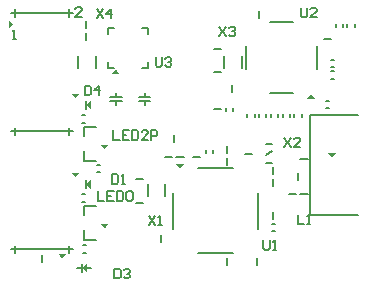
<source format=gbr>
%TF.GenerationSoftware,Altium Limited,Altium Designer,24.3.1 (35)*%
G04 Layer_Color=65535*
%FSLAX45Y45*%
%MOMM*%
%TF.SameCoordinates,49A6F1C3-9DA9-4727-8ECF-3BB51FF8743F*%
%TF.FilePolarity,Positive*%
%TF.FileFunction,Legend,Top*%
%TF.Part,Single*%
G01*
G75*
%TA.AperFunction,NonConductor*%
%ADD41C,0.15000*%
%ADD47C,0.20000*%
G36*
X40000Y2329921D02*
X0Y2297764D01*
Y2362078D01*
X40000Y2329921D01*
D02*
G37*
G36*
X936079Y1910706D02*
X871764D01*
X903921Y1949294D01*
X936079Y1910706D01*
D02*
G37*
G36*
X563921Y1705706D02*
X531763Y1744294D01*
X596078D01*
X563921Y1705706D01*
D02*
G37*
G36*
X2593236Y1700706D02*
X2528922D01*
X2561079Y1739294D01*
X2593236Y1700706D01*
D02*
G37*
G36*
X695000Y1610000D02*
X650000Y1650000D01*
X695000Y1690000D01*
Y1610000D01*
D02*
G37*
G36*
X811079Y1270706D02*
X778921Y1309294D01*
X843236D01*
X811079Y1270706D01*
D02*
G37*
G36*
X2736079Y1200706D02*
X2703921Y1239294D01*
X2768236D01*
X2736079Y1200706D01*
D02*
G37*
G36*
X1450000Y1111410D02*
X1417843Y1149999D01*
X1482158D01*
X1450000Y1111410D01*
D02*
G37*
G36*
X563921Y1035706D02*
X531763Y1074295D01*
X596078D01*
X563921Y1035706D01*
D02*
G37*
G36*
X695000Y940000D02*
X650000Y980000D01*
X695000Y1020000D01*
Y940000D01*
D02*
G37*
G36*
X811079Y600706D02*
X778921Y639294D01*
X843236D01*
X811079Y600706D01*
D02*
G37*
G36*
X455000Y345000D02*
X422842Y383589D01*
X487157D01*
X455000Y345000D01*
D02*
G37*
G36*
X661967Y229732D02*
X619968Y269732D01*
X661967Y309732D01*
Y229732D01*
D02*
G37*
D41*
X2550000Y1560000D02*
X2955000D01*
X2550000Y720000D02*
Y1560000D01*
Y720000D02*
X2955000D01*
X2470000Y890000D02*
X2530000D01*
X1600000Y1109999D02*
X1900000D01*
X1390000Y599999D02*
Y899999D01*
X1600000Y389999D02*
X1900000D01*
X2110000Y599999D02*
Y899999D01*
X735000Y1960000D02*
Y2060000D01*
X585000Y1960000D02*
Y2060000D01*
X1825000Y1960000D02*
Y2060000D01*
X1975000Y1960000D02*
Y2060000D01*
X2118000Y1548000D02*
Y1572000D01*
X2182000Y1548000D02*
Y1572000D01*
X2382000Y1548000D02*
Y1572000D01*
X2318000Y1548000D02*
Y1572000D01*
X2018000Y1548000D02*
Y1572000D01*
X2082000Y1548000D02*
Y1572000D01*
X2240000Y1060000D02*
Y1120000D01*
X1325000Y879999D02*
Y979999D01*
X1174999Y879999D02*
Y979999D01*
X840000Y2250000D02*
Y2300000D01*
X890000D01*
X1130000D02*
X1180000D01*
Y2250000D02*
Y2300000D01*
X1130000Y1960000D02*
X1180000D01*
Y2010000D01*
X840000Y1960000D02*
X890000D01*
X840000D02*
Y2010000D01*
X2175000Y1220000D02*
X2225000Y1260000D01*
X2175000Y1160000D02*
X2225000D01*
X2175000Y1320000D02*
X2225000D01*
X2210000Y2350000D02*
X2410000D01*
X2210000Y1750000D02*
X2410000D01*
X2010000Y1950000D02*
Y2150000D01*
X2610000Y1950000D02*
Y2150000D01*
X635000Y1465000D02*
X735000D01*
X635000Y1385000D02*
Y1465000D01*
Y1175000D02*
X735000D01*
X635000D02*
Y1255000D01*
Y795000D02*
X735000D01*
X635000Y715000D02*
Y795000D01*
Y505000D02*
X735000D01*
X635000D02*
Y585000D01*
X2228000Y578000D02*
X2252000D01*
X2228000Y642000D02*
X2252000D01*
X2728000Y1932000D02*
X2752000D01*
X2728000Y1868000D02*
X2752000D01*
X618000Y1562000D02*
X642000D01*
X618000Y1498000D02*
X642000D01*
X2688000Y1682000D02*
X2712000D01*
X2688000Y1618000D02*
X2712000D01*
X2932000Y2308000D02*
Y2332000D01*
X2868000Y2308000D02*
Y2332000D01*
X2832000Y2308000D02*
Y2332000D01*
X2768000Y2308000D02*
Y2332000D01*
X2282000Y1548000D02*
Y1572000D01*
X2218000Y1548000D02*
Y1572000D01*
X2482000Y1548000D02*
Y1572000D01*
X2418000Y1548000D02*
Y1572000D01*
X748000Y1078000D02*
X772000D01*
X748000Y1142000D02*
X772000D01*
X2728000Y1968000D02*
X2752000D01*
X2728000Y2032000D02*
X2752000D01*
X1732000Y1238000D02*
Y1262000D01*
X1668000Y1238000D02*
Y1262000D01*
X1902000Y1598000D02*
Y1622000D01*
X1838000Y1598000D02*
Y1622000D01*
X628000Y398000D02*
X652000D01*
X628000Y462000D02*
X652000D01*
X618000Y892000D02*
X642000D01*
X618000Y828000D02*
X642000D01*
X653000Y1615000D02*
Y1685000D01*
X650106Y270000D02*
X700000D01*
X610106D02*
X650106D01*
X580000D02*
X610106D01*
X622968Y234732D02*
Y304732D01*
X653000Y945000D02*
Y1015000D01*
X2450000Y1010000D02*
Y1070000D01*
X2470000Y1190000D02*
X2530000D01*
X2370000Y890000D02*
X2430000D01*
X2240000Y960000D02*
Y1020000D01*
Y680000D02*
Y740000D01*
X1850000Y1139999D02*
Y1199999D01*
X1560000Y1210000D02*
X1620000D01*
X1320000D02*
X1380000D01*
X1850000Y1240000D02*
Y1299999D01*
X2100000Y290000D02*
Y350000D01*
X1400000Y1330000D02*
Y1390000D01*
X1080000Y820000D02*
X1140000D01*
X1080000Y1019999D02*
X1140000D01*
X2000000Y1230000D02*
X2060000D01*
X1100000Y1715000D02*
X1200000D01*
X1100000Y1685000D02*
X1200000D01*
X1149927Y1650000D02*
Y1685000D01*
Y1750000D02*
X1150000Y1715000D01*
X1420000Y1210000D02*
X1480000D01*
X650000Y2200000D02*
Y2260000D01*
X909927Y1750000D02*
X910000Y1715000D01*
X909927Y1650000D02*
Y1685000D01*
X860000D02*
X960000D01*
X860000Y1715000D02*
X960000D01*
X650000Y2300000D02*
Y2360000D01*
X1740000Y1610000D02*
X1800000D01*
X1890000Y1760000D02*
Y1820000D01*
X2670000Y2210000D02*
X2730000D01*
X2119800Y2385903D02*
Y2445903D01*
X1740000Y1930000D02*
X1800000D01*
X1740000Y2120000D02*
X1800000D01*
X1850000Y290000D02*
Y350000D01*
X280000Y320000D02*
Y380000D01*
X1290000Y489999D02*
Y549999D01*
X885000Y1434974D02*
Y1355000D01*
X938316D01*
X1018290Y1434974D02*
X964974D01*
Y1355000D01*
X1018290D01*
X964974Y1394987D02*
X991632D01*
X1044948Y1434974D02*
Y1355000D01*
X1084935D01*
X1098264Y1368329D01*
Y1421645D01*
X1084935Y1434974D01*
X1044948D01*
X1178238Y1355000D02*
X1124922D01*
X1178238Y1408316D01*
Y1421645D01*
X1164910Y1434974D01*
X1138251D01*
X1124922Y1421645D01*
X1204896Y1355000D02*
Y1434974D01*
X1244884D01*
X1258213Y1421645D01*
Y1394987D01*
X1244884Y1381658D01*
X1204896D01*
X755000Y914974D02*
Y835000D01*
X808316D01*
X888290Y914974D02*
X834974D01*
Y835000D01*
X888290D01*
X834974Y874987D02*
X861632D01*
X914948Y914974D02*
Y835000D01*
X954935D01*
X968264Y848329D01*
Y901645D01*
X954935Y914974D01*
X914948D01*
X994922Y901645D02*
X1008251Y914974D01*
X1034910D01*
X1048238Y901645D01*
Y848329D01*
X1034910Y835000D01*
X1008251D01*
X994922Y848329D01*
Y901645D01*
X618316Y2395000D02*
X565000D01*
X618316Y2448316D01*
Y2461645D01*
X604987Y2474974D01*
X578329D01*
X565000Y2461645D01*
X35000Y2205000D02*
X61658D01*
X48329D01*
Y2284974D01*
X35000Y2271645D01*
X1186684Y709987D02*
X1240000Y630013D01*
Y709987D02*
X1186684Y630013D01*
X1266658D02*
X1293316D01*
X1279987D01*
Y709987D01*
X1266658Y696658D01*
X743355Y2459987D02*
X796671Y2380013D01*
Y2459987D02*
X743355Y2380013D01*
X863316D02*
Y2459987D01*
X823329Y2420000D01*
X876645D01*
X1783355Y2309987D02*
X1836671Y2230013D01*
Y2309987D02*
X1783355Y2230013D01*
X1863329Y2296658D02*
X1876658Y2309987D01*
X1903316D01*
X1916645Y2296658D01*
Y2283329D01*
X1903316Y2270000D01*
X1889987D01*
X1903316D01*
X1916645Y2256671D01*
Y2243342D01*
X1903316Y2230013D01*
X1876658D01*
X1863329Y2243342D01*
X2156684Y499987D02*
Y433342D01*
X2170013Y420013D01*
X2196671D01*
X2210000Y433342D01*
Y499987D01*
X2236658Y420013D02*
X2263316D01*
X2249987D01*
Y499987D01*
X2236658Y486658D01*
X2446684Y719987D02*
Y640013D01*
X2500000D01*
X2526658D02*
X2553316D01*
X2539987D01*
Y719987D01*
X2526658Y706658D01*
X2473355Y2469987D02*
Y2403342D01*
X2486684Y2390013D01*
X2513342D01*
X2526671Y2403342D01*
Y2469987D01*
X2606645Y2390013D02*
X2553329D01*
X2606645Y2443329D01*
Y2456658D01*
X2593316Y2469987D01*
X2566658D01*
X2553329Y2456658D01*
X2333355Y1369987D02*
X2386671Y1290013D01*
Y1369987D02*
X2333355Y1290013D01*
X2466645D02*
X2413329D01*
X2466645Y1343329D01*
Y1356658D01*
X2453316Y1369987D01*
X2426658D01*
X2413329Y1356658D01*
X1243355Y2049987D02*
Y1983342D01*
X1256684Y1970013D01*
X1283342D01*
X1296671Y1983342D01*
Y2049987D01*
X1323329Y2036658D02*
X1336658Y2049987D01*
X1363316D01*
X1376645Y2036658D01*
Y2023329D01*
X1363316Y2010000D01*
X1349987D01*
X1363316D01*
X1376645Y1996671D01*
Y1983342D01*
X1363316Y1970013D01*
X1336658D01*
X1323329Y1983342D01*
X643355Y1809987D02*
Y1730013D01*
X683342D01*
X696671Y1743342D01*
Y1796658D01*
X683342Y1809987D01*
X643355D01*
X763316Y1730013D02*
Y1809987D01*
X723329Y1770000D01*
X776645D01*
X893355Y259987D02*
Y180013D01*
X933342D01*
X946671Y193342D01*
Y246658D01*
X933342Y259987D01*
X893355D01*
X973329Y246658D02*
X986658Y259987D01*
X1013316D01*
X1026645Y246658D01*
Y233329D01*
X1013316Y220000D01*
X999987D01*
X1013316D01*
X1026645Y206671D01*
Y193342D01*
X1013316Y180013D01*
X986658D01*
X973329Y193342D01*
X875000Y1059987D02*
Y980013D01*
X914987D01*
X928316Y993342D01*
Y1046658D01*
X914987Y1059987D01*
X875000D01*
X954974Y980013D02*
X981632D01*
X968303D01*
Y1059987D01*
X954974Y1046658D01*
D47*
X20000Y1426000D02*
X540000D01*
X50000Y1396000D02*
Y1456000D01*
X510000Y1396000D02*
Y1456000D01*
X20000Y2426000D02*
X540000D01*
X50000Y2396000D02*
Y2456000D01*
X510000Y2396000D02*
Y2456000D01*
X20000Y426000D02*
X540000D01*
X50000Y396000D02*
Y456000D01*
X510000Y396000D02*
Y456000D01*
%TF.MD5,60e9bcbaeb4aa1ed8beffa560c53b9e7*%
M02*

</source>
